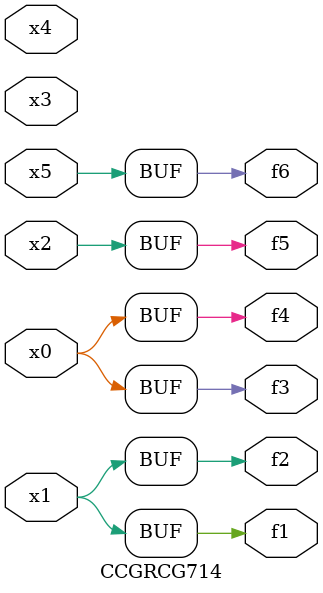
<source format=v>
module CCGRCG714(
	input x0, x1, x2, x3, x4, x5,
	output f1, f2, f3, f4, f5, f6
);
	assign f1 = x1;
	assign f2 = x1;
	assign f3 = x0;
	assign f4 = x0;
	assign f5 = x2;
	assign f6 = x5;
endmodule

</source>
